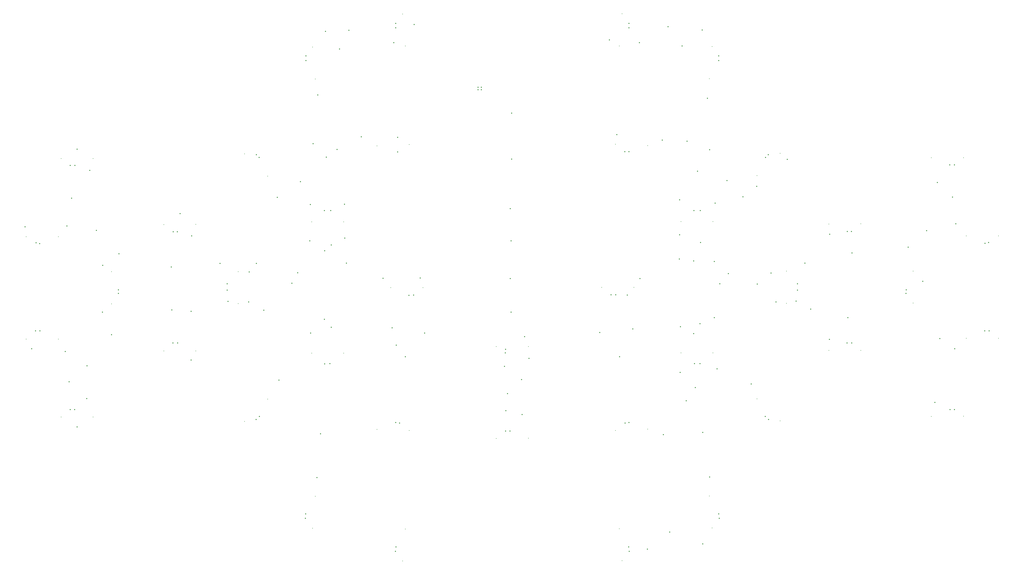
<source format=gts>
%FSLAX25Y25*%
%MOIN*%
G70*
G01*
G75*
G04 Layer_Color=8388736*
%ADD10C,0.02000*%
%ADD11C,0.00800*%
%ADD12C,0.01200*%
%ADD13C,0.02000*%
G04:AMPARAMS|DCode=14|XSize=82.99mil|YSize=122.36mil|CornerRadius=12.45mil|HoleSize=0mil|Usage=FLASHONLY|Rotation=180.000|XOffset=0mil|YOffset=0mil|HoleType=Round|Shape=RoundedRectangle|*
%AMROUNDEDRECTD14*
21,1,0.08299,0.09746,0,0,180.0*
21,1,0.05809,0.12236,0,0,180.0*
1,1,0.02490,-0.02905,0.04873*
1,1,0.02490,0.02905,0.04873*
1,1,0.02490,0.02905,-0.04873*
1,1,0.02490,-0.02905,-0.04873*
%
%ADD14ROUNDEDRECTD14*%
%ADD15C,0.04000*%
%ADD16R,0.01378X0.13780*%
G04:AMPARAMS|DCode=17|XSize=82.99mil|YSize=122.36mil|CornerRadius=12.45mil|HoleSize=0mil|Usage=FLASHONLY|Rotation=357.760|XOffset=0mil|YOffset=0mil|HoleType=Round|Shape=RoundedRectangle|*
%AMROUNDEDRECTD17*
21,1,0.08299,0.09746,0,0,357.8*
21,1,0.05809,0.12236,0,0,357.8*
1,1,0.02490,0.02712,-0.04983*
1,1,0.02490,-0.03093,-0.04756*
1,1,0.02490,-0.02712,0.04983*
1,1,0.02490,0.03093,0.04756*
%
%ADD17ROUNDEDRECTD17*%
G04:AMPARAMS|DCode=18|XSize=82.99mil|YSize=122.36mil|CornerRadius=12.45mil|HoleSize=0mil|Usage=FLASHONLY|Rotation=264.990|XOffset=0mil|YOffset=0mil|HoleType=Round|Shape=RoundedRectangle|*
%AMROUNDEDRECTD18*
21,1,0.08299,0.09746,0,0,265.0*
21,1,0.05809,0.12236,0,0,265.0*
1,1,0.02490,-0.05108,-0.02468*
1,1,0.02490,-0.04601,0.03319*
1,1,0.02490,0.05108,0.02468*
1,1,0.02490,0.04601,-0.03319*
%
%ADD18ROUNDEDRECTD18*%
G04:AMPARAMS|DCode=19|XSize=82.99mil|YSize=122.36mil|CornerRadius=12.45mil|HoleSize=0mil|Usage=FLASHONLY|Rotation=270.000|XOffset=0mil|YOffset=0mil|HoleType=Round|Shape=RoundedRectangle|*
%AMROUNDEDRECTD19*
21,1,0.08299,0.09746,0,0,270.0*
21,1,0.05809,0.12236,0,0,270.0*
1,1,0.02490,-0.04873,-0.02905*
1,1,0.02490,-0.04873,0.02905*
1,1,0.02490,0.04873,0.02905*
1,1,0.02490,0.04873,-0.02905*
%
%ADD19ROUNDEDRECTD19*%
G04:AMPARAMS|DCode=20|XSize=82.99mil|YSize=122.36mil|CornerRadius=12.45mil|HoleSize=0mil|Usage=FLASHONLY|Rotation=265.050|XOffset=0mil|YOffset=0mil|HoleType=Round|Shape=RoundedRectangle|*
%AMROUNDEDRECTD20*
21,1,0.08299,0.09746,0,0,265.0*
21,1,0.05809,0.12236,0,0,265.0*
1,1,0.02490,-0.05106,-0.02473*
1,1,0.02490,-0.04604,0.03314*
1,1,0.02490,0.05106,0.02473*
1,1,0.02490,0.04604,-0.03314*
%
%ADD20ROUNDEDRECTD20*%
G04:AMPARAMS|DCode=21|XSize=82.99mil|YSize=122.36mil|CornerRadius=12.45mil|HoleSize=0mil|Usage=FLASHONLY|Rotation=223.860|XOffset=0mil|YOffset=0mil|HoleType=Round|Shape=RoundedRectangle|*
%AMROUNDEDRECTD21*
21,1,0.08299,0.09746,0,0,223.9*
21,1,0.05809,0.12236,0,0,223.9*
1,1,0.02490,-0.05471,0.01501*
1,1,0.02490,-0.01282,0.05526*
1,1,0.02490,0.05471,-0.01501*
1,1,0.02490,0.01282,-0.05526*
%
%ADD21ROUNDEDRECTD21*%
G04:AMPARAMS|DCode=22|XSize=82.99mil|YSize=122.36mil|CornerRadius=12.45mil|HoleSize=0mil|Usage=FLASHONLY|Rotation=136.140|XOffset=0mil|YOffset=0mil|HoleType=Round|Shape=RoundedRectangle|*
%AMROUNDEDRECTD22*
21,1,0.08299,0.09746,0,0,136.1*
21,1,0.05809,0.12236,0,0,136.1*
1,1,0.02490,0.01282,0.05526*
1,1,0.02490,0.05471,0.01501*
1,1,0.02490,-0.01282,-0.05526*
1,1,0.02490,-0.05471,-0.01501*
%
%ADD22ROUNDEDRECTD22*%
G04:AMPARAMS|DCode=23|XSize=82.99mil|YSize=122.36mil|CornerRadius=12.45mil|HoleSize=0mil|Usage=FLASHONLY|Rotation=94.950|XOffset=0mil|YOffset=0mil|HoleType=Round|Shape=RoundedRectangle|*
%AMROUNDEDRECTD23*
21,1,0.08299,0.09746,0,0,94.9*
21,1,0.05809,0.12236,0,0,94.9*
1,1,0.02490,0.04604,0.03314*
1,1,0.02490,0.05106,-0.02473*
1,1,0.02490,-0.04604,-0.03314*
1,1,0.02490,-0.05106,0.02473*
%
%ADD23ROUNDEDRECTD23*%
G04:AMPARAMS|DCode=24|XSize=82.99mil|YSize=122.36mil|CornerRadius=12.45mil|HoleSize=0mil|Usage=FLASHONLY|Rotation=95.010|XOffset=0mil|YOffset=0mil|HoleType=Round|Shape=RoundedRectangle|*
%AMROUNDEDRECTD24*
21,1,0.08299,0.09746,0,0,95.0*
21,1,0.05809,0.12236,0,0,95.0*
1,1,0.02490,0.04601,0.03319*
1,1,0.02490,0.05108,-0.02468*
1,1,0.02490,-0.04601,-0.03319*
1,1,0.02490,-0.05108,0.02468*
%
%ADD24ROUNDEDRECTD24*%
G04:AMPARAMS|DCode=25|XSize=82.99mil|YSize=122.36mil|CornerRadius=12.45mil|HoleSize=0mil|Usage=FLASHONLY|Rotation=2.240|XOffset=0mil|YOffset=0mil|HoleType=Round|Shape=RoundedRectangle|*
%AMROUNDEDRECTD25*
21,1,0.08299,0.09746,0,0,2.2*
21,1,0.05809,0.12236,0,0,2.2*
1,1,0.02490,0.03093,-0.04756*
1,1,0.02490,-0.02712,-0.04983*
1,1,0.02490,-0.03093,0.04756*
1,1,0.02490,0.02712,0.04983*
%
%ADD25ROUNDEDRECTD25*%
G04:AMPARAMS|DCode=26|XSize=82.99mil|YSize=122.36mil|CornerRadius=12.45mil|HoleSize=0mil|Usage=FLASHONLY|Rotation=46.140|XOffset=0mil|YOffset=0mil|HoleType=Round|Shape=RoundedRectangle|*
%AMROUNDEDRECTD26*
21,1,0.08299,0.09746,0,0,46.1*
21,1,0.05809,0.12236,0,0,46.1*
1,1,0.02490,0.05526,-0.01282*
1,1,0.02490,0.01501,-0.05471*
1,1,0.02490,-0.05526,0.01282*
1,1,0.02490,-0.01501,0.05471*
%
%ADD26ROUNDEDRECTD26*%
%ADD27C,0.01500*%
%ADD28C,0.01000*%
%ADD29C,0.00800*%
%ADD30C,0.01400*%
D29*
X19424Y-111161D02*
D03*
X-19425Y-111193D02*
D03*
X507343Y-84540D02*
D03*
X546193Y-84507D02*
D03*
X588445Y10062D02*
D03*
X549595Y10030D02*
D03*
X485021Y91386D02*
D03*
Y52556D02*
D03*
X549595Y134019D02*
D03*
X507343Y228519D02*
D03*
X383110Y148475D02*
D03*
X129427Y364145D02*
D03*
X238417Y324476D02*
D03*
X163798Y243373D02*
D03*
X296033Y206874D02*
D03*
X242897Y151313D02*
D03*
X331732Y91258D02*
D03*
X421959Y-4670D02*
D03*
X383110Y-4702D02*
D03*
X331732Y52429D02*
D03*
X204047Y-7806D02*
D03*
X242897Y-7774D02*
D03*
X296033Y-63247D02*
D03*
X324025Y-90148D02*
D03*
X132816Y-259474D02*
D03*
X129427Y-220795D02*
D03*
X241805Y-219623D02*
D03*
X238417Y-180945D02*
D03*
X163798Y-99966D02*
D03*
X124979Y-101515D02*
D03*
X108218Y71657D02*
D03*
X19424Y16D02*
D03*
X-19425Y-16D02*
D03*
X-108218Y71477D02*
D03*
X-147067Y71445D02*
D03*
X-129428Y-221011D02*
D03*
X-238417Y-181342D02*
D03*
X-163798Y-100238D02*
D03*
X-296033Y-63740D02*
D03*
X-242897Y-8178D02*
D03*
X-421959Y-5372D02*
D03*
X-546193Y-85417D02*
D03*
X-331732Y90706D02*
D03*
Y51876D02*
D03*
X-549595Y9115D02*
D03*
X-485021Y90578D02*
D03*
Y51749D02*
D03*
X-588445Y133072D02*
D03*
X-549595Y133104D02*
D03*
X-546193Y227642D02*
D03*
X-507343Y227674D02*
D03*
X-421959Y147805D02*
D03*
X-383110Y147837D02*
D03*
X-242897Y150908D02*
D03*
X-204048Y150941D02*
D03*
X-296033Y206382D02*
D03*
X-324025Y233283D02*
D03*
X-163798Y243100D02*
D03*
X-124979Y244650D02*
D03*
X-241805Y362758D02*
D03*
X-238417Y324079D02*
D03*
X-129428Y363930D02*
D03*
X-132816Y402608D02*
D03*
X-588445Y9083D02*
D03*
X-507343Y-85384D02*
D03*
X-383110Y-5340D02*
D03*
X-204048Y-8146D02*
D03*
X-324025Y-90688D02*
D03*
X-124979Y-101723D02*
D03*
X-241805Y-220026D02*
D03*
X-132816Y-259695D02*
D03*
X147067Y71690D02*
D03*
X204047Y151280D02*
D03*
X324025Y233822D02*
D03*
X124979Y244858D02*
D03*
X241805Y363160D02*
D03*
X132816Y402829D02*
D03*
X421959Y148507D02*
D03*
X546193Y228551D02*
D03*
X588445Y134051D02*
D03*
D30*
X219587Y103642D02*
D03*
X227756Y126083D02*
D03*
X139272Y62402D02*
D03*
X105709Y16831D02*
D03*
X14764Y11909D02*
D03*
X-218996Y123031D02*
D03*
X-227264Y116142D02*
D03*
X-227362Y33071D02*
D03*
X-219094Y23425D02*
D03*
X-145374Y22736D02*
D03*
X-886Y282804D02*
D03*
Y226870D02*
D03*
X-2559Y166929D02*
D03*
X-1575Y127854D02*
D03*
X-2559Y82480D02*
D03*
X-1575Y41775D02*
D03*
X-106201Y16437D02*
D03*
X-526968Y239071D02*
D03*
X-511516Y213287D02*
D03*
X-533563Y179626D02*
D03*
X-476181Y112402D02*
D03*
X-503346Y140748D02*
D03*
X-589961Y144882D02*
D03*
X-539264Y146063D02*
D03*
X-495768Y98425D02*
D03*
X-496311Y41535D02*
D03*
X-581791Y-2756D02*
D03*
X-541142Y-6102D02*
D03*
X-536417Y-42809D02*
D03*
X-526870Y-97441D02*
D03*
X-515158Y-62992D02*
D03*
X-514862Y-23425D02*
D03*
X-300787Y44002D02*
D03*
X-282579Y-40551D02*
D03*
X-244193Y16339D02*
D03*
X-485138Y14370D02*
D03*
X-412303Y44390D02*
D03*
X-388779Y-16437D02*
D03*
Y42618D02*
D03*
X-344193Y54724D02*
D03*
X-319291Y54134D02*
D03*
X-266831Y76575D02*
D03*
X-259842Y89468D02*
D03*
X-318406Y90256D02*
D03*
X-412894Y96457D02*
D03*
X-402165Y160925D02*
D03*
X-388189Y133957D02*
D03*
X-353740Y100689D02*
D03*
X-309744D02*
D03*
X-245276Y128150D02*
D03*
X-244488Y171850D02*
D03*
X-284547Y180807D02*
D03*
X-241043Y245768D02*
D03*
X-256496Y199606D02*
D03*
X-118898Y389862D02*
D03*
X-197933Y383071D02*
D03*
X-226279Y381693D02*
D03*
X-209154Y360433D02*
D03*
X-143602Y367913D02*
D03*
X-225098Y229232D02*
D03*
X-235531Y304626D02*
D03*
X-212205Y238779D02*
D03*
X-182776Y253937D02*
D03*
X-203248Y172343D02*
D03*
X-202953Y131201D02*
D03*
X-200984Y100984D02*
D03*
X-156496Y82776D02*
D03*
X-111319Y82972D02*
D03*
X145866Y21358D02*
D03*
X129921Y-12303D02*
D03*
X154528Y82480D02*
D03*
X332776Y226772D02*
D03*
X238878Y238484D02*
D03*
X259842Y200984D02*
D03*
X224311Y212205D02*
D03*
X236024Y300689D02*
D03*
X229823Y383405D02*
D03*
X188467Y387303D02*
D03*
X117520Y371358D02*
D03*
X153937Y367913D02*
D03*
X205512Y364075D02*
D03*
X126476Y256693D02*
D03*
X181398Y250000D02*
D03*
X211417Y248622D02*
D03*
X202365Y177756D02*
D03*
X202461Y135425D02*
D03*
X202165Y106004D02*
D03*
X319291Y54134D02*
D03*
X343406Y55020D02*
D03*
X251181Y75984D02*
D03*
X296555Y75492D02*
D03*
X261614Y88287D02*
D03*
X313090Y88878D02*
D03*
X361115Y45177D02*
D03*
X411221Y113287D02*
D03*
X295768Y193996D02*
D03*
X279232Y181398D02*
D03*
X245571Y173819D02*
D03*
X244488Y103150D02*
D03*
X354035Y100984D02*
D03*
X384252Y135925D02*
D03*
X496949Y78839D02*
D03*
X532776Y181102D02*
D03*
X537008Y148819D02*
D03*
X514645Y198721D02*
D03*
X501673Y140453D02*
D03*
X479232Y120276D02*
D03*
X383996Y8661D02*
D03*
X406299Y35039D02*
D03*
X517520Y9646D02*
D03*
X535433Y-2756D02*
D03*
X511516Y-67716D02*
D03*
X210531Y-65808D02*
D03*
X221358Y-49705D02*
D03*
X203248Y-31299D02*
D03*
X203543Y23917D02*
D03*
X219587Y15748D02*
D03*
X227067Y27559D02*
D03*
X244488Y35138D02*
D03*
X247835Y-26870D02*
D03*
X289075Y-45276D02*
D03*
X182874Y-106693D02*
D03*
X230512Y-239173D02*
D03*
X163484Y-245374D02*
D03*
X190453Y-224606D02*
D03*
X238878Y-157972D02*
D03*
X230512Y-104134D02*
D03*
X-9350Y-24016D02*
D03*
X-5709Y-57087D02*
D03*
X-7972Y-77837D02*
D03*
X11909Y-82284D02*
D03*
X11319Y-39961D02*
D03*
X20079Y-14469D02*
D03*
X-140551Y1575D02*
D03*
X-129331Y-12205D02*
D03*
X-231988Y-105709D02*
D03*
X-236319Y-158661D02*
D03*
X-41331Y311043D02*
D03*
X-37394D02*
D03*
X-41339Y313890D02*
D03*
X-37402D02*
D03*
X-227264Y-20903D02*
D03*
X-310039Y-88238D02*
D03*
X-306102Y-84744D02*
D03*
X-125098Y62094D02*
D03*
X-309744Y232382D02*
D03*
X-306398Y229035D02*
D03*
X-227362Y164665D02*
D03*
X-219783Y164665D02*
D03*
X-138878Y235531D02*
D03*
X-138882Y253351D02*
D03*
X-249803Y346457D02*
D03*
X-141141Y386024D02*
D03*
X-141141Y391240D02*
D03*
X-572047Y124606D02*
D03*
X-535138Y219305D02*
D03*
X-529626Y219483D02*
D03*
X-576575Y125501D02*
D03*
X136221Y235925D02*
D03*
X141339Y235827D02*
D03*
X-249803Y351969D02*
D03*
X-220669Y-20571D02*
D03*
X-250394Y-208169D02*
D03*
X-250000Y-202658D02*
D03*
X-141535Y-247933D02*
D03*
X-140748Y-242717D02*
D03*
X-141142Y-92126D02*
D03*
X-136417Y-92618D02*
D03*
X-410925Y4331D02*
D03*
X-405118Y4232D02*
D03*
X-410630Y138966D02*
D03*
X-405413Y138976D02*
D03*
X-119587Y62250D02*
D03*
X-577264Y18996D02*
D03*
X-571752Y18898D02*
D03*
X-345079Y75886D02*
D03*
Y68209D02*
D03*
X-476772Y68701D02*
D03*
X-476673Y64173D02*
D03*
X-535138Y-76476D02*
D03*
X-529724D02*
D03*
X-8071Y-102461D02*
D03*
X-2756Y-102362D02*
D03*
X-8366Y-7776D02*
D03*
X-8268Y-3445D02*
D03*
X310039Y-88287D02*
D03*
X306102Y-84744D02*
D03*
X529724Y-76476D02*
D03*
X535138D02*
D03*
X476673Y64173D02*
D03*
X476772Y68701D02*
D03*
X345079Y68209D02*
D03*
Y75886D02*
D03*
X571752Y18898D02*
D03*
X577264Y18996D02*
D03*
X529626Y220079D02*
D03*
X535138Y219980D02*
D03*
X572047Y125098D02*
D03*
X576575Y125886D02*
D03*
X306398Y229035D02*
D03*
X309744Y232382D02*
D03*
X119587Y62697D02*
D03*
X125098D02*
D03*
X405413Y139370D02*
D03*
X410630Y139469D02*
D03*
X405118Y4232D02*
D03*
X410925Y4331D02*
D03*
X136417Y-92618D02*
D03*
X141142Y-92126D02*
D03*
X140748Y-242717D02*
D03*
X141535Y-247933D02*
D03*
X250000Y-202658D02*
D03*
X250394Y-208169D02*
D03*
X220669Y-20571D02*
D03*
X227264Y-20669D02*
D03*
X219783Y164665D02*
D03*
X227362D02*
D03*
X249803Y346457D02*
D03*
Y351969D02*
D03*
X141142Y386024D02*
D03*
X141142Y391240D02*
D03*
M02*

</source>
